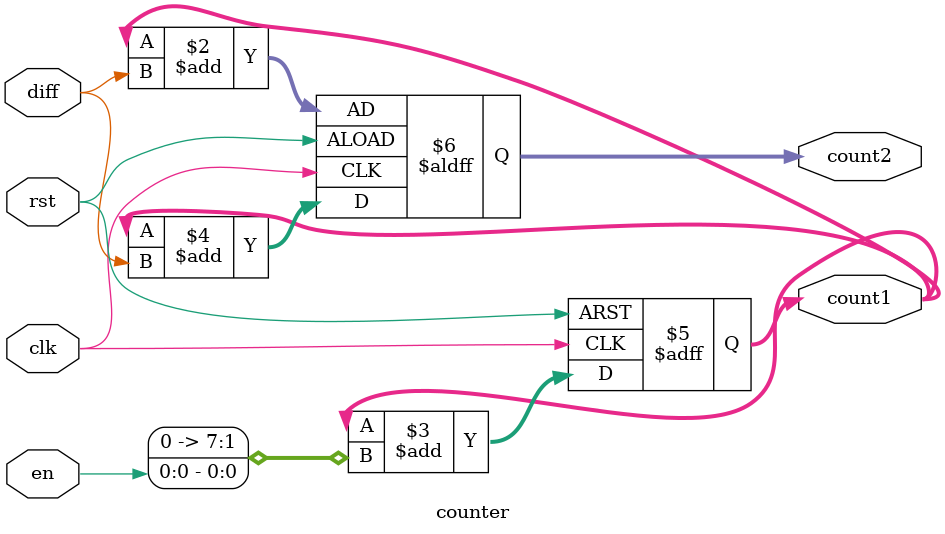
<source format=sv>
module counter #(
    parameter WIDTH = 8
)(
    input logic clk,
    input logic rst,
    input logic en,
    input logic diff,
    output logic [WIDTH-1:0] count1, 
    output logic [WIDTH-1:0] count2
);

always_ff @ (posedge clk or posedge rst)begin
    if (rst) begin
        count1 <= {WIDTH{1'b0}};
        count2 <= count1 + diff;
    end
    else begin
        count1 <= count1 + {{WIDTH-1{1'b0}}, en};
        count2 <= count1 + diff;
    end
end

endmodule

</source>
